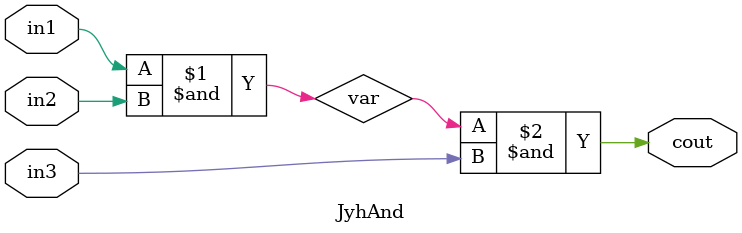
<source format=v>
/*
	this is a Verilog module for AND gate test.
*/

module JyhAnd(
    input in1, in2, in3,
    output cout
  );
  wire var = in1 & in2;
  assign cout = var & in3;
endmodule

</source>
